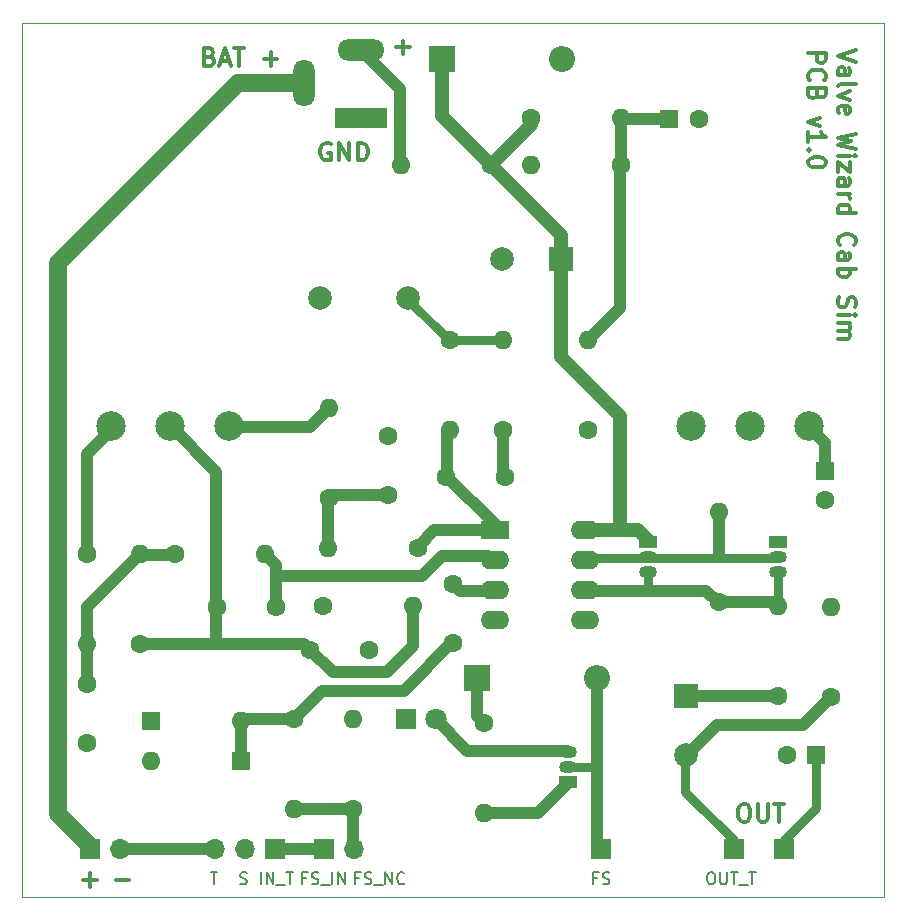
<source format=gbr>
%TF.GenerationSoftware,KiCad,Pcbnew,(5.1.10-1-10_14)*%
%TF.CreationDate,2021-12-12T22:41:03-05:00*%
%TF.ProjectId,Valve Wizard Cab Sim,56616c76-6520-4576-997a-617264204361,rev?*%
%TF.SameCoordinates,Original*%
%TF.FileFunction,Copper,L1,Top*%
%TF.FilePolarity,Positive*%
%FSLAX46Y46*%
G04 Gerber Fmt 4.6, Leading zero omitted, Abs format (unit mm)*
G04 Created by KiCad (PCBNEW (5.1.10-1-10_14)) date 2021-12-12 22:41:03*
%MOMM*%
%LPD*%
G01*
G04 APERTURE LIST*
%TA.AperFunction,NonConductor*%
%ADD10C,0.300000*%
%TD*%
%TA.AperFunction,NonConductor*%
%ADD11C,0.150000*%
%TD*%
%TA.AperFunction,Profile*%
%ADD12C,0.100000*%
%TD*%
%TA.AperFunction,ComponentPad*%
%ADD13O,2.400000X1.600000*%
%TD*%
%TA.AperFunction,ComponentPad*%
%ADD14R,2.400000X1.600000*%
%TD*%
%TA.AperFunction,ComponentPad*%
%ADD15O,1.700000X1.700000*%
%TD*%
%TA.AperFunction,ComponentPad*%
%ADD16R,1.700000X1.700000*%
%TD*%
%TA.AperFunction,ComponentPad*%
%ADD17C,2.500000*%
%TD*%
%TA.AperFunction,ComponentPad*%
%ADD18C,1.600000*%
%TD*%
%TA.AperFunction,ComponentPad*%
%ADD19R,1.600000X1.600000*%
%TD*%
%TA.AperFunction,ComponentPad*%
%ADD20O,1.600000X1.600000*%
%TD*%
%TA.AperFunction,ComponentPad*%
%ADD21R,1.500000X1.050000*%
%TD*%
%TA.AperFunction,ComponentPad*%
%ADD22O,1.500000X1.050000*%
%TD*%
%TA.AperFunction,ComponentPad*%
%ADD23C,1.800000*%
%TD*%
%TA.AperFunction,ComponentPad*%
%ADD24R,1.800000X1.800000*%
%TD*%
%TA.AperFunction,ComponentPad*%
%ADD25C,2.000000*%
%TD*%
%TA.AperFunction,ComponentPad*%
%ADD26R,4.400000X1.800000*%
%TD*%
%TA.AperFunction,ComponentPad*%
%ADD27O,4.000000X1.800000*%
%TD*%
%TA.AperFunction,ComponentPad*%
%ADD28O,1.800000X4.000000*%
%TD*%
%TA.AperFunction,ComponentPad*%
%ADD29O,2.200000X2.200000*%
%TD*%
%TA.AperFunction,ComponentPad*%
%ADD30R,2.200000X2.200000*%
%TD*%
%TA.AperFunction,ComponentPad*%
%ADD31R,2.000000X2.000000*%
%TD*%
%TA.AperFunction,Conductor*%
%ADD32C,1.200000*%
%TD*%
%TA.AperFunction,Conductor*%
%ADD33C,1.000000*%
%TD*%
%TA.AperFunction,Conductor*%
%ADD34C,0.800000*%
%TD*%
%TA.AperFunction,Conductor*%
%ADD35C,1.500000*%
%TD*%
G04 APERTURE END LIST*
D10*
X65107142Y-67250000D02*
X64964285Y-67178571D01*
X64750000Y-67178571D01*
X64535714Y-67250000D01*
X64392857Y-67392857D01*
X64321428Y-67535714D01*
X64250000Y-67821428D01*
X64250000Y-68035714D01*
X64321428Y-68321428D01*
X64392857Y-68464285D01*
X64535714Y-68607142D01*
X64750000Y-68678571D01*
X64892857Y-68678571D01*
X65107142Y-68607142D01*
X65178571Y-68535714D01*
X65178571Y-68035714D01*
X64892857Y-68035714D01*
X65821428Y-68678571D02*
X65821428Y-67178571D01*
X66678571Y-68678571D01*
X66678571Y-67178571D01*
X67392857Y-68678571D02*
X67392857Y-67178571D01*
X67750000Y-67178571D01*
X67964285Y-67250000D01*
X68107142Y-67392857D01*
X68178571Y-67535714D01*
X68250000Y-67821428D01*
X68250000Y-68035714D01*
X68178571Y-68321428D01*
X68107142Y-68464285D01*
X67964285Y-68607142D01*
X67750000Y-68678571D01*
X67392857Y-68678571D01*
X70678571Y-59107142D02*
X71821428Y-59107142D01*
X71250000Y-59678571D02*
X71250000Y-58535714D01*
X54892857Y-59892857D02*
X55107142Y-59964285D01*
X55178571Y-60035714D01*
X55250000Y-60178571D01*
X55250000Y-60392857D01*
X55178571Y-60535714D01*
X55107142Y-60607142D01*
X54964285Y-60678571D01*
X54392857Y-60678571D01*
X54392857Y-59178571D01*
X54892857Y-59178571D01*
X55035714Y-59250000D01*
X55107142Y-59321428D01*
X55178571Y-59464285D01*
X55178571Y-59607142D01*
X55107142Y-59750000D01*
X55035714Y-59821428D01*
X54892857Y-59892857D01*
X54392857Y-59892857D01*
X55821428Y-60250000D02*
X56535714Y-60250000D01*
X55678571Y-60678571D02*
X56178571Y-59178571D01*
X56678571Y-60678571D01*
X56964285Y-59178571D02*
X57821428Y-59178571D01*
X57392857Y-60678571D02*
X57392857Y-59178571D01*
X59464285Y-60107142D02*
X60607142Y-60107142D01*
X60035714Y-60678571D02*
X60035714Y-59535714D01*
X100000000Y-123178571D02*
X100285714Y-123178571D01*
X100428571Y-123250000D01*
X100571428Y-123392857D01*
X100642857Y-123678571D01*
X100642857Y-124178571D01*
X100571428Y-124464285D01*
X100428571Y-124607142D01*
X100285714Y-124678571D01*
X100000000Y-124678571D01*
X99857142Y-124607142D01*
X99714285Y-124464285D01*
X99642857Y-124178571D01*
X99642857Y-123678571D01*
X99714285Y-123392857D01*
X99857142Y-123250000D01*
X100000000Y-123178571D01*
X101285714Y-123178571D02*
X101285714Y-124392857D01*
X101357142Y-124535714D01*
X101428571Y-124607142D01*
X101571428Y-124678571D01*
X101857142Y-124678571D01*
X102000000Y-124607142D01*
X102071428Y-124535714D01*
X102142857Y-124392857D01*
X102142857Y-123178571D01*
X102642857Y-123178571D02*
X103500000Y-123178571D01*
X103071428Y-124678571D02*
X103071428Y-123178571D01*
D11*
X63023809Y-129428571D02*
X62690476Y-129428571D01*
X62690476Y-129952380D02*
X62690476Y-128952380D01*
X63166666Y-128952380D01*
X63500000Y-129904761D02*
X63642857Y-129952380D01*
X63880952Y-129952380D01*
X63976190Y-129904761D01*
X64023809Y-129857142D01*
X64071428Y-129761904D01*
X64071428Y-129666666D01*
X64023809Y-129571428D01*
X63976190Y-129523809D01*
X63880952Y-129476190D01*
X63690476Y-129428571D01*
X63595238Y-129380952D01*
X63547619Y-129333333D01*
X63500000Y-129238095D01*
X63500000Y-129142857D01*
X63547619Y-129047619D01*
X63595238Y-129000000D01*
X63690476Y-128952380D01*
X63928571Y-128952380D01*
X64071428Y-129000000D01*
X64261904Y-130047619D02*
X65023809Y-130047619D01*
X65261904Y-129952380D02*
X65261904Y-128952380D01*
X65738095Y-129952380D02*
X65738095Y-128952380D01*
X66309523Y-129952380D01*
X66309523Y-128952380D01*
X54964285Y-128952380D02*
X55535714Y-128952380D01*
X55250000Y-129952380D02*
X55250000Y-128952380D01*
X59214285Y-129952380D02*
X59214285Y-128952380D01*
X59690476Y-129952380D02*
X59690476Y-128952380D01*
X60261904Y-129952380D01*
X60261904Y-128952380D01*
X60500000Y-130047619D02*
X61261904Y-130047619D01*
X61357142Y-128952380D02*
X61928571Y-128952380D01*
X61642857Y-129952380D02*
X61642857Y-128952380D01*
X67511904Y-129428571D02*
X67178571Y-129428571D01*
X67178571Y-129952380D02*
X67178571Y-128952380D01*
X67654761Y-128952380D01*
X67988095Y-129904761D02*
X68130952Y-129952380D01*
X68369047Y-129952380D01*
X68464285Y-129904761D01*
X68511904Y-129857142D01*
X68559523Y-129761904D01*
X68559523Y-129666666D01*
X68511904Y-129571428D01*
X68464285Y-129523809D01*
X68369047Y-129476190D01*
X68178571Y-129428571D01*
X68083333Y-129380952D01*
X68035714Y-129333333D01*
X67988095Y-129238095D01*
X67988095Y-129142857D01*
X68035714Y-129047619D01*
X68083333Y-129000000D01*
X68178571Y-128952380D01*
X68416666Y-128952380D01*
X68559523Y-129000000D01*
X68750000Y-130047619D02*
X69511904Y-130047619D01*
X69750000Y-129952380D02*
X69750000Y-128952380D01*
X70321428Y-129952380D01*
X70321428Y-128952380D01*
X71369047Y-129857142D02*
X71321428Y-129904761D01*
X71178571Y-129952380D01*
X71083333Y-129952380D01*
X70940476Y-129904761D01*
X70845238Y-129809523D01*
X70797619Y-129714285D01*
X70750000Y-129523809D01*
X70750000Y-129380952D01*
X70797619Y-129190476D01*
X70845238Y-129095238D01*
X70940476Y-129000000D01*
X71083333Y-128952380D01*
X71178571Y-128952380D01*
X71321428Y-129000000D01*
X71369047Y-129047619D01*
X57464285Y-129904761D02*
X57607142Y-129952380D01*
X57845238Y-129952380D01*
X57940476Y-129904761D01*
X57988095Y-129857142D01*
X58035714Y-129761904D01*
X58035714Y-129666666D01*
X57988095Y-129571428D01*
X57940476Y-129523809D01*
X57845238Y-129476190D01*
X57654761Y-129428571D01*
X57559523Y-129380952D01*
X57511904Y-129333333D01*
X57464285Y-129238095D01*
X57464285Y-129142857D01*
X57511904Y-129047619D01*
X57559523Y-129000000D01*
X57654761Y-128952380D01*
X57892857Y-128952380D01*
X58035714Y-129000000D01*
D10*
X46928571Y-129607142D02*
X48071428Y-129607142D01*
X44178571Y-129607142D02*
X45321428Y-129607142D01*
X44750000Y-130178571D02*
X44750000Y-129035714D01*
D11*
X97238095Y-128952380D02*
X97428571Y-128952380D01*
X97523809Y-129000000D01*
X97619047Y-129095238D01*
X97666666Y-129285714D01*
X97666666Y-129619047D01*
X97619047Y-129809523D01*
X97523809Y-129904761D01*
X97428571Y-129952380D01*
X97238095Y-129952380D01*
X97142857Y-129904761D01*
X97047619Y-129809523D01*
X97000000Y-129619047D01*
X97000000Y-129285714D01*
X97047619Y-129095238D01*
X97142857Y-129000000D01*
X97238095Y-128952380D01*
X98095238Y-128952380D02*
X98095238Y-129761904D01*
X98142857Y-129857142D01*
X98190476Y-129904761D01*
X98285714Y-129952380D01*
X98476190Y-129952380D01*
X98571428Y-129904761D01*
X98619047Y-129857142D01*
X98666666Y-129761904D01*
X98666666Y-128952380D01*
X99000000Y-128952380D02*
X99571428Y-128952380D01*
X99285714Y-129952380D02*
X99285714Y-128952380D01*
X99666666Y-130047619D02*
X100428571Y-130047619D01*
X100523809Y-128952380D02*
X101095238Y-128952380D01*
X100809523Y-129952380D02*
X100809523Y-128952380D01*
X87666666Y-129428571D02*
X87333333Y-129428571D01*
X87333333Y-129952380D02*
X87333333Y-128952380D01*
X87809523Y-128952380D01*
X88142857Y-129904761D02*
X88285714Y-129952380D01*
X88523809Y-129952380D01*
X88619047Y-129904761D01*
X88666666Y-129857142D01*
X88714285Y-129761904D01*
X88714285Y-129666666D01*
X88666666Y-129571428D01*
X88619047Y-129523809D01*
X88523809Y-129476190D01*
X88333333Y-129428571D01*
X88238095Y-129380952D01*
X88190476Y-129333333D01*
X88142857Y-129238095D01*
X88142857Y-129142857D01*
X88190476Y-129047619D01*
X88238095Y-129000000D01*
X88333333Y-128952380D01*
X88571428Y-128952380D01*
X88714285Y-129000000D01*
D10*
X109596428Y-59337857D02*
X108096428Y-59837857D01*
X109596428Y-60337857D01*
X108096428Y-61480714D02*
X108882142Y-61480714D01*
X109025000Y-61409285D01*
X109096428Y-61266428D01*
X109096428Y-60980714D01*
X109025000Y-60837857D01*
X108167857Y-61480714D02*
X108096428Y-61337857D01*
X108096428Y-60980714D01*
X108167857Y-60837857D01*
X108310714Y-60766428D01*
X108453571Y-60766428D01*
X108596428Y-60837857D01*
X108667857Y-60980714D01*
X108667857Y-61337857D01*
X108739285Y-61480714D01*
X108096428Y-62409285D02*
X108167857Y-62266428D01*
X108310714Y-62195000D01*
X109596428Y-62195000D01*
X109096428Y-62837857D02*
X108096428Y-63195000D01*
X109096428Y-63552142D01*
X108167857Y-64695000D02*
X108096428Y-64552142D01*
X108096428Y-64266428D01*
X108167857Y-64123571D01*
X108310714Y-64052142D01*
X108882142Y-64052142D01*
X109025000Y-64123571D01*
X109096428Y-64266428D01*
X109096428Y-64552142D01*
X109025000Y-64695000D01*
X108882142Y-64766428D01*
X108739285Y-64766428D01*
X108596428Y-64052142D01*
X109596428Y-66409285D02*
X108096428Y-66766428D01*
X109167857Y-67052142D01*
X108096428Y-67337857D01*
X109596428Y-67695000D01*
X108096428Y-68266428D02*
X109096428Y-68266428D01*
X109596428Y-68266428D02*
X109525000Y-68195000D01*
X109453571Y-68266428D01*
X109525000Y-68337857D01*
X109596428Y-68266428D01*
X109453571Y-68266428D01*
X109096428Y-68837857D02*
X109096428Y-69623571D01*
X108096428Y-68837857D01*
X108096428Y-69623571D01*
X108096428Y-70837857D02*
X108882142Y-70837857D01*
X109025000Y-70766428D01*
X109096428Y-70623571D01*
X109096428Y-70337857D01*
X109025000Y-70195000D01*
X108167857Y-70837857D02*
X108096428Y-70695000D01*
X108096428Y-70337857D01*
X108167857Y-70195000D01*
X108310714Y-70123571D01*
X108453571Y-70123571D01*
X108596428Y-70195000D01*
X108667857Y-70337857D01*
X108667857Y-70695000D01*
X108739285Y-70837857D01*
X108096428Y-71552142D02*
X109096428Y-71552142D01*
X108810714Y-71552142D02*
X108953571Y-71623571D01*
X109025000Y-71695000D01*
X109096428Y-71837857D01*
X109096428Y-71980714D01*
X108096428Y-73123571D02*
X109596428Y-73123571D01*
X108167857Y-73123571D02*
X108096428Y-72980714D01*
X108096428Y-72695000D01*
X108167857Y-72552142D01*
X108239285Y-72480714D01*
X108382142Y-72409285D01*
X108810714Y-72409285D01*
X108953571Y-72480714D01*
X109025000Y-72552142D01*
X109096428Y-72695000D01*
X109096428Y-72980714D01*
X109025000Y-73123571D01*
X108239285Y-75837857D02*
X108167857Y-75766428D01*
X108096428Y-75552142D01*
X108096428Y-75409285D01*
X108167857Y-75195000D01*
X108310714Y-75052142D01*
X108453571Y-74980714D01*
X108739285Y-74909285D01*
X108953571Y-74909285D01*
X109239285Y-74980714D01*
X109382142Y-75052142D01*
X109525000Y-75195000D01*
X109596428Y-75409285D01*
X109596428Y-75552142D01*
X109525000Y-75766428D01*
X109453571Y-75837857D01*
X108096428Y-77123571D02*
X108882142Y-77123571D01*
X109025000Y-77052142D01*
X109096428Y-76909285D01*
X109096428Y-76623571D01*
X109025000Y-76480714D01*
X108167857Y-77123571D02*
X108096428Y-76980714D01*
X108096428Y-76623571D01*
X108167857Y-76480714D01*
X108310714Y-76409285D01*
X108453571Y-76409285D01*
X108596428Y-76480714D01*
X108667857Y-76623571D01*
X108667857Y-76980714D01*
X108739285Y-77123571D01*
X108096428Y-77837857D02*
X109596428Y-77837857D01*
X109025000Y-77837857D02*
X109096428Y-77980714D01*
X109096428Y-78266428D01*
X109025000Y-78409285D01*
X108953571Y-78480714D01*
X108810714Y-78552142D01*
X108382142Y-78552142D01*
X108239285Y-78480714D01*
X108167857Y-78409285D01*
X108096428Y-78266428D01*
X108096428Y-77980714D01*
X108167857Y-77837857D01*
X108167857Y-80266428D02*
X108096428Y-80480714D01*
X108096428Y-80837857D01*
X108167857Y-80980714D01*
X108239285Y-81052142D01*
X108382142Y-81123571D01*
X108525000Y-81123571D01*
X108667857Y-81052142D01*
X108739285Y-80980714D01*
X108810714Y-80837857D01*
X108882142Y-80552142D01*
X108953571Y-80409285D01*
X109025000Y-80337857D01*
X109167857Y-80266428D01*
X109310714Y-80266428D01*
X109453571Y-80337857D01*
X109525000Y-80409285D01*
X109596428Y-80552142D01*
X109596428Y-80909285D01*
X109525000Y-81123571D01*
X108096428Y-81766428D02*
X109096428Y-81766428D01*
X109596428Y-81766428D02*
X109525000Y-81695000D01*
X109453571Y-81766428D01*
X109525000Y-81837857D01*
X109596428Y-81766428D01*
X109453571Y-81766428D01*
X108096428Y-82480714D02*
X109096428Y-82480714D01*
X108953571Y-82480714D02*
X109025000Y-82552142D01*
X109096428Y-82695000D01*
X109096428Y-82909285D01*
X109025000Y-83052142D01*
X108882142Y-83123571D01*
X108096428Y-83123571D01*
X108882142Y-83123571D02*
X109025000Y-83195000D01*
X109096428Y-83337857D01*
X109096428Y-83552142D01*
X109025000Y-83695000D01*
X108882142Y-83766428D01*
X108096428Y-83766428D01*
X105546428Y-59552142D02*
X107046428Y-59552142D01*
X107046428Y-60123571D01*
X106975000Y-60266428D01*
X106903571Y-60337857D01*
X106760714Y-60409285D01*
X106546428Y-60409285D01*
X106403571Y-60337857D01*
X106332142Y-60266428D01*
X106260714Y-60123571D01*
X106260714Y-59552142D01*
X105689285Y-61909285D02*
X105617857Y-61837857D01*
X105546428Y-61623571D01*
X105546428Y-61480714D01*
X105617857Y-61266428D01*
X105760714Y-61123571D01*
X105903571Y-61052142D01*
X106189285Y-60980714D01*
X106403571Y-60980714D01*
X106689285Y-61052142D01*
X106832142Y-61123571D01*
X106975000Y-61266428D01*
X107046428Y-61480714D01*
X107046428Y-61623571D01*
X106975000Y-61837857D01*
X106903571Y-61909285D01*
X106332142Y-63052142D02*
X106260714Y-63266428D01*
X106189285Y-63337857D01*
X106046428Y-63409285D01*
X105832142Y-63409285D01*
X105689285Y-63337857D01*
X105617857Y-63266428D01*
X105546428Y-63123571D01*
X105546428Y-62552142D01*
X107046428Y-62552142D01*
X107046428Y-63052142D01*
X106975000Y-63195000D01*
X106903571Y-63266428D01*
X106760714Y-63337857D01*
X106617857Y-63337857D01*
X106475000Y-63266428D01*
X106403571Y-63195000D01*
X106332142Y-63052142D01*
X106332142Y-62552142D01*
X106546428Y-65052142D02*
X105546428Y-65409285D01*
X106546428Y-65766428D01*
X105546428Y-67123571D02*
X105546428Y-66266428D01*
X105546428Y-66695000D02*
X107046428Y-66695000D01*
X106832142Y-66552142D01*
X106689285Y-66409285D01*
X106617857Y-66266428D01*
X105689285Y-67766428D02*
X105617857Y-67837857D01*
X105546428Y-67766428D01*
X105617857Y-67695000D01*
X105689285Y-67766428D01*
X105546428Y-67766428D01*
X107046428Y-68766428D02*
X107046428Y-68909285D01*
X106975000Y-69052142D01*
X106903571Y-69123571D01*
X106760714Y-69195000D01*
X106475000Y-69266428D01*
X106117857Y-69266428D01*
X105832142Y-69195000D01*
X105689285Y-69123571D01*
X105617857Y-69052142D01*
X105546428Y-68909285D01*
X105546428Y-68766428D01*
X105617857Y-68623571D01*
X105689285Y-68552142D01*
X105832142Y-68480714D01*
X106117857Y-68409285D01*
X106475000Y-68409285D01*
X106760714Y-68480714D01*
X106903571Y-68552142D01*
X106975000Y-68623571D01*
X107046428Y-68766428D01*
D12*
X112000000Y-57000000D02*
X112000000Y-131000000D01*
X39000000Y-57000000D02*
X112000000Y-57000000D01*
X39000000Y-131000000D02*
X39000000Y-57000000D01*
X112000000Y-131000000D02*
X39000000Y-131000000D01*
D13*
%TO.P,U1,8*%
%TO.N,9V*%
X86620000Y-100000000D03*
%TO.P,U1,4*%
%TO.N,IN_S*%
X79000000Y-107620000D03*
%TO.P,U1,7*%
%TO.N,Net-(Q1-Pad2)*%
X86620000Y-102540000D03*
%TO.P,U1,3*%
%TO.N,Net-(C3-Pad2)*%
X79000000Y-105080000D03*
%TO.P,U1,6*%
%TO.N,Net-(Q1-Pad3)*%
X86620000Y-105080000D03*
%TO.P,U1,2*%
%TO.N,Net-(C4-Pad1)*%
X79000000Y-102540000D03*
%TO.P,U1,5*%
%TO.N,Net-(RV2-Pad2)*%
X86620000Y-107620000D03*
D14*
%TO.P,U1,1*%
%TO.N,Net-(C6-Pad2)*%
X79000000Y-100000000D03*
%TD*%
D15*
%TO.P,J4,2*%
%TO.N,IN_R*%
X47270000Y-126940000D03*
D16*
%TO.P,J4,1*%
%TO.N,Net-(J3-Pad3)*%
X44730000Y-126940000D03*
%TD*%
%TO.P,J7,1*%
%TO.N,Net-(C12-Pad1)*%
X103500000Y-127000000D03*
%TD*%
D17*
%TO.P,RV2,3*%
%TO.N,Net-(C10-Pad1)*%
X105610000Y-91200000D03*
%TO.P,RV2,2*%
%TO.N,Net-(RV2-Pad2)*%
X100610000Y-91200000D03*
%TO.P,RV2,1*%
%TO.N,Net-(C8-Pad2)*%
X95610000Y-91200000D03*
%TD*%
%TO.P,RV1,3*%
%TO.N,Net-(R12-Pad2)*%
X56550000Y-91200000D03*
%TO.P,RV1,2*%
%TO.N,Net-(C4-Pad2)*%
X51550000Y-91200000D03*
%TO.P,RV1,1*%
%TO.N,Net-(R11-Pad1)*%
X46550000Y-91200000D03*
%TD*%
D15*
%TO.P,J6,2*%
%TO.N,FS_NC1*%
X67070000Y-126970000D03*
D16*
%TO.P,J6,1*%
%TO.N,FS_IN*%
X64530000Y-126970000D03*
%TD*%
%TO.P,J5,1*%
%TO.N,FS_NC2*%
X88000000Y-127000000D03*
%TD*%
%TO.P,J2,1*%
%TO.N,FS_IN2*%
X99250000Y-127000000D03*
%TD*%
D15*
%TO.P,J1,3*%
%TO.N,IN_R*%
X55350000Y-126970000D03*
%TO.P,J1,2*%
%TO.N,IN_S*%
X57890000Y-126970000D03*
D16*
%TO.P,J1,1*%
%TO.N,FS_IN*%
X60430000Y-126970000D03*
%TD*%
D18*
%TO.P,C12,2*%
%TO.N,IN_S*%
X103740000Y-118980000D03*
D19*
%TO.P,C12,1*%
%TO.N,Net-(C12-Pad1)*%
X106240000Y-118980000D03*
%TD*%
D18*
%TO.P,C7,2*%
%TO.N,IN_S*%
X70000000Y-92000000D03*
%TO.P,C7,1*%
%TO.N,Net-(C7-Pad1)*%
X70000000Y-97000000D03*
%TD*%
%TO.P,C8,2*%
%TO.N,Net-(C8-Pad2)*%
X79900000Y-95500000D03*
%TO.P,C8,1*%
%TO.N,Net-(C6-Pad2)*%
X74900000Y-95500000D03*
%TD*%
%TO.P,C5,2*%
%TO.N,IN_S*%
X44500000Y-118000000D03*
%TO.P,C5,1*%
%TO.N,Net-(C5-Pad1)*%
X44500000Y-113000000D03*
%TD*%
D20*
%TO.P,R18,2*%
%TO.N,Net-(Q3-Pad1)*%
X78100000Y-123920000D03*
D18*
%TO.P,R18,1*%
%TO.N,Net-(D2-Pad1)*%
X78100000Y-116300000D03*
%TD*%
D20*
%TO.P,R17,2*%
%TO.N,IN_S*%
X107500000Y-106500000D03*
D18*
%TO.P,R17,1*%
%TO.N,FS_IN2*%
X107500000Y-114120000D03*
%TD*%
D20*
%TO.P,R16,2*%
%TO.N,Net-(Q1-Pad3)*%
X103000000Y-106380000D03*
D18*
%TO.P,R16,1*%
%TO.N,Net-(C11-Pad1)*%
X103000000Y-114000000D03*
%TD*%
D20*
%TO.P,R15,2*%
%TO.N,Net-(Q1-Pad2)*%
X98000000Y-98480000D03*
D18*
%TO.P,R15,1*%
%TO.N,Net-(Q1-Pad3)*%
X98000000Y-106100000D03*
%TD*%
D20*
%TO.P,R14,2*%
%TO.N,Net-(C9-Pad1)*%
X79700000Y-83900000D03*
D18*
%TO.P,R14,1*%
%TO.N,Net-(C8-Pad2)*%
X79700000Y-91520000D03*
%TD*%
D20*
%TO.P,R13,2*%
%TO.N,Net-(C6-Pad2)*%
X75200000Y-91500000D03*
D18*
%TO.P,R13,1*%
%TO.N,Net-(C9-Pad1)*%
X75200000Y-83880000D03*
%TD*%
D20*
%TO.P,R12,2*%
%TO.N,Net-(R12-Pad2)*%
X65000000Y-89600000D03*
D18*
%TO.P,R12,1*%
%TO.N,Net-(C7-Pad1)*%
X65000000Y-97220000D03*
%TD*%
D20*
%TO.P,R11,2*%
%TO.N,Net-(C5-Pad1)*%
X44500000Y-109620000D03*
D18*
%TO.P,R11,1*%
%TO.N,Net-(R11-Pad1)*%
X44500000Y-102000000D03*
%TD*%
D20*
%TO.P,R10,2*%
%TO.N,Net-(C7-Pad1)*%
X64880000Y-101500000D03*
D18*
%TO.P,R10,1*%
%TO.N,Net-(C6-Pad2)*%
X72500000Y-101500000D03*
%TD*%
D20*
%TO.P,R9,2*%
%TO.N,Net-(C4-Pad2)*%
X72120000Y-106400000D03*
D18*
%TO.P,R9,1*%
%TO.N,Net-(C7-Pad1)*%
X64500000Y-106400000D03*
%TD*%
D20*
%TO.P,R8,2*%
%TO.N,Net-(C5-Pad1)*%
X49000000Y-102000000D03*
D18*
%TO.P,R8,1*%
%TO.N,Net-(C4-Pad2)*%
X49000000Y-109620000D03*
%TD*%
D20*
%TO.P,R7,2*%
%TO.N,Net-(C4-Pad1)*%
X59600000Y-102000000D03*
D18*
%TO.P,R7,1*%
%TO.N,Net-(C5-Pad1)*%
X51980000Y-102000000D03*
%TD*%
D20*
%TO.P,R6,2*%
%TO.N,4.5V*%
X86900000Y-83900000D03*
D18*
%TO.P,R6,1*%
%TO.N,Net-(C3-Pad2)*%
X86900000Y-91520000D03*
%TD*%
D20*
%TO.P,R5,2*%
%TO.N,FS_NC1*%
X62000000Y-123620000D03*
D18*
%TO.P,R5,1*%
%TO.N,Net-(C3-Pad1)*%
X62000000Y-116000000D03*
%TD*%
D20*
%TO.P,R4,2*%
%TO.N,IN_S*%
X67000000Y-116000000D03*
D18*
%TO.P,R4,1*%
%TO.N,FS_NC1*%
X67000000Y-123620000D03*
%TD*%
D20*
%TO.P,R3,2*%
%TO.N,IN_S*%
X82080000Y-69100000D03*
D18*
%TO.P,R3,1*%
%TO.N,4.5V*%
X89700000Y-69100000D03*
%TD*%
D20*
%TO.P,R2,2*%
%TO.N,4.5V*%
X89700000Y-65100000D03*
D18*
%TO.P,R2,1*%
%TO.N,9V*%
X82080000Y-65100000D03*
%TD*%
D20*
%TO.P,R1,2*%
%TO.N,Net-(J3-Pad2)*%
X71080000Y-69100000D03*
D18*
%TO.P,R1,1*%
%TO.N,9V*%
X78700000Y-69100000D03*
%TD*%
D21*
%TO.P,Q3,1*%
%TO.N,Net-(Q3-Pad1)*%
X85200000Y-121300000D03*
D22*
%TO.P,Q3,3*%
%TO.N,Net-(D3-Pad2)*%
X85200000Y-118760000D03*
%TO.P,Q3,2*%
%TO.N,FS_NC2*%
X85200000Y-120030000D03*
%TD*%
D21*
%TO.P,Q2,1*%
%TO.N,IN_S*%
X103000000Y-101000000D03*
D22*
%TO.P,Q2,3*%
%TO.N,Net-(Q1-Pad3)*%
X103000000Y-103540000D03*
%TO.P,Q2,2*%
%TO.N,Net-(Q1-Pad2)*%
X103000000Y-102270000D03*
%TD*%
D21*
%TO.P,Q1,1*%
%TO.N,9V*%
X92000000Y-101000000D03*
D22*
%TO.P,Q1,3*%
%TO.N,Net-(Q1-Pad3)*%
X92000000Y-103540000D03*
%TO.P,Q1,2*%
%TO.N,Net-(Q1-Pad2)*%
X92000000Y-102270000D03*
%TD*%
D23*
%TO.P,D3,2*%
%TO.N,Net-(D3-Pad2)*%
X74000000Y-116000000D03*
D24*
%TO.P,D3,1*%
%TO.N,IN_S*%
X71460000Y-116000000D03*
%TD*%
D25*
%TO.P,C9,2*%
%TO.N,IN_S*%
X64200000Y-80300000D03*
%TO.P,C9,1*%
%TO.N,Net-(C9-Pad1)*%
X71700000Y-80300000D03*
%TD*%
D18*
%TO.P,C6,2*%
%TO.N,Net-(C6-Pad2)*%
X68400000Y-110100000D03*
%TO.P,C6,1*%
%TO.N,Net-(C4-Pad2)*%
X63400000Y-110100000D03*
%TD*%
%TO.P,C4,2*%
%TO.N,Net-(C4-Pad2)*%
X55500000Y-106500000D03*
%TO.P,C4,1*%
%TO.N,Net-(C4-Pad1)*%
X60500000Y-106500000D03*
%TD*%
D26*
%TO.P,J3,1*%
%TO.N,IN_S*%
X67700000Y-65100000D03*
D27*
%TO.P,J3,2*%
%TO.N,Net-(J3-Pad2)*%
X67700000Y-59300000D03*
D28*
%TO.P,J3,3*%
%TO.N,Net-(J3-Pad3)*%
X62900000Y-62100000D03*
%TD*%
D20*
%TO.P,D5,2*%
%TO.N,Net-(C3-Pad1)*%
X57500000Y-116100000D03*
D19*
%TO.P,D5,1*%
%TO.N,IN_S*%
X49880000Y-116100000D03*
%TD*%
D20*
%TO.P,D4,2*%
%TO.N,IN_S*%
X49880000Y-119500000D03*
D19*
%TO.P,D4,1*%
%TO.N,Net-(C3-Pad1)*%
X57500000Y-119500000D03*
%TD*%
D29*
%TO.P,D2,2*%
%TO.N,FS_NC2*%
X87660000Y-112500000D03*
D30*
%TO.P,D2,1*%
%TO.N,Net-(D2-Pad1)*%
X77500000Y-112500000D03*
%TD*%
D29*
%TO.P,D1,2*%
%TO.N,IN_S*%
X84700000Y-60100000D03*
D30*
%TO.P,D1,1*%
%TO.N,9V*%
X74540000Y-60100000D03*
%TD*%
D25*
%TO.P,C11,2*%
%TO.N,FS_IN2*%
X95200000Y-119000000D03*
D31*
%TO.P,C11,1*%
%TO.N,Net-(C11-Pad1)*%
X95200000Y-114000000D03*
%TD*%
D18*
%TO.P,C10,2*%
%TO.N,IN_S*%
X107000000Y-97470000D03*
D19*
%TO.P,C10,1*%
%TO.N,Net-(C10-Pad1)*%
X107000000Y-94970000D03*
%TD*%
D18*
%TO.P,C3,2*%
%TO.N,Net-(C3-Pad2)*%
X75500000Y-104500000D03*
%TO.P,C3,1*%
%TO.N,Net-(C3-Pad1)*%
X75500000Y-109500000D03*
%TD*%
%TO.P,C2,2*%
%TO.N,IN_S*%
X96300000Y-65200000D03*
D19*
%TO.P,C2,1*%
%TO.N,4.5V*%
X93800000Y-65200000D03*
%TD*%
D25*
%TO.P,C1,2*%
%TO.N,IN_S*%
X79600000Y-77000000D03*
D31*
%TO.P,C1,1*%
%TO.N,9V*%
X84600000Y-77000000D03*
%TD*%
D32*
%TO.N,9V*%
X74540000Y-60100000D02*
X74540000Y-64940000D01*
X74540000Y-64940000D02*
X78700000Y-69100000D01*
X82080000Y-65100000D02*
X82080000Y-65720000D01*
X82080000Y-65720000D02*
X78700000Y-69100000D01*
X78700000Y-69100000D02*
X78800000Y-69200000D01*
X84600000Y-85300000D02*
X84600000Y-77000000D01*
X89600000Y-90300000D02*
X84600000Y-85300000D01*
X89600000Y-100000000D02*
X89600000Y-90300000D01*
X84600000Y-75000000D02*
X84600000Y-77100000D01*
X78700000Y-69100000D02*
X84600000Y-75000000D01*
X91120000Y-100000000D02*
X91960000Y-100840000D01*
X89600000Y-100000000D02*
X91120000Y-100000000D01*
X86600000Y-100000000D02*
X86700000Y-100000000D01*
X86620000Y-100000000D02*
X89600000Y-100000000D01*
D33*
%TO.N,4.5V*%
X89700000Y-69100000D02*
X89700000Y-65200000D01*
X89700000Y-65200000D02*
X89800000Y-65100000D01*
X89700000Y-69200000D02*
X89900000Y-69000000D01*
X89600000Y-81200000D02*
X89600000Y-69000000D01*
X86900000Y-83900000D02*
X89600000Y-81200000D01*
X93800000Y-65200000D02*
X89800000Y-65200000D01*
%TO.N,Net-(C3-Pad2)*%
X76100000Y-105100000D02*
X79000000Y-105100000D01*
X75500000Y-104500000D02*
X76100000Y-105100000D01*
X86800000Y-91700000D02*
X86800000Y-91600000D01*
%TO.N,Net-(C3-Pad1)*%
X57500000Y-119500000D02*
X57500000Y-116000000D01*
X57500000Y-116000000D02*
X62000000Y-116000000D01*
X71300000Y-113600000D02*
X75500000Y-109400000D01*
X64400000Y-113600000D02*
X71300000Y-113600000D01*
X62000000Y-116000000D02*
X64400000Y-113600000D01*
%TO.N,Net-(C4-Pad2)*%
X55340000Y-109600000D02*
X55320000Y-109620000D01*
X62900000Y-109600000D02*
X55340000Y-109600000D01*
X63400000Y-110100000D02*
X62900000Y-109600000D01*
X56180000Y-109620000D02*
X56200000Y-109600000D01*
X49000000Y-109620000D02*
X56180000Y-109620000D01*
X72100000Y-109800000D02*
X72100000Y-106300000D01*
X69900000Y-112000000D02*
X72100000Y-109800000D01*
X65300000Y-112000000D02*
X69900000Y-112000000D01*
X63400000Y-110100000D02*
X65300000Y-112000000D01*
X55400000Y-95040000D02*
X51560000Y-91200000D01*
X55400000Y-109600000D02*
X55400000Y-95040000D01*
X55420000Y-109620000D02*
X55400000Y-109600000D01*
%TO.N,Net-(C4-Pad1)*%
X59600000Y-102000000D02*
X60500000Y-102900000D01*
X60500000Y-103860000D02*
X60500000Y-106500000D01*
X60500000Y-102900000D02*
X60500000Y-103860000D01*
X72880000Y-103890000D02*
X60530000Y-103890000D01*
X78480000Y-102200000D02*
X74570000Y-102200000D01*
X60530000Y-103890000D02*
X60500000Y-103860000D01*
X74570000Y-102200000D02*
X72880000Y-103890000D01*
X78800000Y-102520000D02*
X78480000Y-102200000D01*
X79000000Y-102540000D02*
X78720000Y-102260000D01*
X79070000Y-102520000D02*
X78800000Y-102520000D01*
%TO.N,Net-(C5-Pad1)*%
X48900000Y-102100000D02*
X51900000Y-102100000D01*
X44500000Y-106500000D02*
X48900000Y-102100000D01*
X51900000Y-102100000D02*
X52000000Y-102000000D01*
X44500000Y-113000000D02*
X44500000Y-106500000D01*
%TO.N,Net-(C6-Pad2)*%
X79000000Y-99500000D02*
X75000000Y-95500000D01*
X75000000Y-95300000D02*
X74900000Y-95400000D01*
X75000000Y-91700000D02*
X75000000Y-95300000D01*
X75200000Y-91500000D02*
X75000000Y-91700000D01*
X79000000Y-100000000D02*
X79000000Y-99500000D01*
X79000000Y-100000000D02*
X73900000Y-100000000D01*
X73900000Y-100000000D02*
X72600000Y-101300000D01*
%TO.N,Net-(C7-Pad1)*%
X64880000Y-101500000D02*
X64880000Y-97320000D01*
X64880000Y-97320000D02*
X65200000Y-97000000D01*
X65200000Y-97000000D02*
X70100000Y-97000000D01*
%TO.N,Net-(C8-Pad2)*%
X79700000Y-95300000D02*
X79900000Y-95500000D01*
X79700000Y-91520000D02*
X79700000Y-95300000D01*
D34*
%TO.N,Net-(C9-Pad1)*%
X75100000Y-83900000D02*
X71500000Y-80300000D01*
X79700000Y-83900000D02*
X75100000Y-83900000D01*
D33*
%TO.N,Net-(C10-Pad1)*%
X107000000Y-92590000D02*
X107000000Y-95000000D01*
X105610000Y-91200000D02*
X107000000Y-92590000D01*
%TO.N,Net-(C11-Pad1)*%
X103000000Y-114000000D02*
X95200000Y-114000000D01*
D34*
X95200000Y-114000000D02*
X95200000Y-114100000D01*
D33*
%TO.N,Net-(D2-Pad1)*%
X77500000Y-112500000D02*
X77500000Y-115700000D01*
X77500000Y-115700000D02*
X78000000Y-116200000D01*
%TO.N,Net-(D3-Pad2)*%
X74000000Y-116000000D02*
X76700000Y-118700000D01*
X76700000Y-118700000D02*
X85100000Y-118700000D01*
%TO.N,Net-(J3-Pad2)*%
X67700000Y-59300000D02*
X71000000Y-62600000D01*
X71000000Y-62600000D02*
X71000000Y-69100000D01*
D35*
%TO.N,Net-(J3-Pad3)*%
X42000000Y-124000000D02*
X44500000Y-126500000D01*
X42000000Y-77380000D02*
X42000000Y-124000000D01*
X57280000Y-62100000D02*
X42000000Y-77380000D01*
X62900000Y-62100000D02*
X57280000Y-62100000D01*
D33*
%TO.N,Net-(Q1-Pad3)*%
X91990000Y-104990000D02*
X92100000Y-105100000D01*
D34*
X103000000Y-103630000D02*
X103000000Y-106300000D01*
X103010000Y-103620000D02*
X103000000Y-103630000D01*
X91990000Y-103510000D02*
X91990000Y-104990000D01*
X92000000Y-103500000D02*
X91990000Y-103510000D01*
D33*
X102800000Y-106100000D02*
X97900000Y-106100000D01*
X103000000Y-106300000D02*
X102800000Y-106100000D01*
X97900000Y-106100000D02*
X96900000Y-105100000D01*
X93000000Y-105100000D02*
X86600000Y-105100000D01*
X96900000Y-105100000D02*
X93000000Y-105100000D01*
%TO.N,Net-(Q1-Pad2)*%
X98000000Y-98480000D02*
X98000000Y-102000000D01*
D34*
X92000000Y-102270000D02*
X92110000Y-102380000D01*
X92110000Y-102380000D02*
X92010000Y-102280000D01*
X92190000Y-102300000D02*
X92110000Y-102380000D01*
X102970000Y-102300000D02*
X92190000Y-102300000D01*
X103000000Y-102270000D02*
X102970000Y-102300000D01*
X86850000Y-102310000D02*
X91990000Y-102310000D01*
X86745010Y-102414990D02*
X86850000Y-102310000D01*
X91990000Y-102310000D02*
X92000000Y-102300000D01*
D33*
X86620000Y-102540000D02*
X86745010Y-102414990D01*
%TO.N,Net-(Q3-Pad1)*%
X78100000Y-123920000D02*
X82680000Y-123920000D01*
X82680000Y-123920000D02*
X85200000Y-121400000D01*
%TO.N,Net-(R11-Pad1)*%
X44500000Y-94000000D02*
X44500000Y-102000000D01*
X44500000Y-93500000D02*
X44500000Y-94000000D01*
X46570000Y-91430000D02*
X44500000Y-93500000D01*
X46570000Y-91180000D02*
X46570000Y-91430000D01*
%TO.N,Net-(R12-Pad2)*%
X63340000Y-91250000D02*
X64990000Y-89600000D01*
X56560000Y-91250000D02*
X63340000Y-91250000D01*
D34*
%TO.N,FS_IN2*%
X95150000Y-118960000D02*
X95220000Y-118890000D01*
D33*
X105100000Y-116500000D02*
X107500000Y-114100000D01*
X97800000Y-116500000D02*
X105100000Y-116500000D01*
X94840000Y-119460000D02*
X97800000Y-116500000D01*
D34*
X95150000Y-122150000D02*
X95150000Y-119000000D01*
X99250000Y-126250000D02*
X95150000Y-122150000D01*
X99250000Y-127000000D02*
X99250000Y-126250000D01*
D33*
%TO.N,FS_NC2*%
X87580000Y-112400000D02*
X87700000Y-112400000D01*
D34*
X87560000Y-120030000D02*
X87660000Y-119930000D01*
X85200000Y-120030000D02*
X87560000Y-120030000D01*
D33*
X87660000Y-112500000D02*
X87660000Y-119930000D01*
X87660000Y-126660000D02*
X88000000Y-127000000D01*
X87660000Y-119930000D02*
X87660000Y-126660000D01*
%TO.N,FS_IN*%
X60310000Y-127010000D02*
X64570000Y-127010000D01*
%TO.N,FS_NC1*%
X62000000Y-123620000D02*
X66980000Y-123620000D01*
X66980000Y-123620000D02*
X67060000Y-123700000D01*
X67200000Y-123800000D02*
X67000000Y-123800000D01*
X67040000Y-127000000D02*
X67040000Y-123660000D01*
X67040000Y-123660000D02*
X67100000Y-123600000D01*
%TO.N,IN_R*%
X55230000Y-127010000D02*
X47340000Y-127010000D01*
D34*
%TO.N,Net-(C12-Pad1)*%
X106300000Y-119340000D02*
X106080000Y-119120000D01*
X103500000Y-126250000D02*
X103500000Y-127000000D01*
X106240000Y-123510000D02*
X103500000Y-126250000D01*
X106240000Y-118980000D02*
X106240000Y-123510000D01*
%TD*%
M02*

</source>
